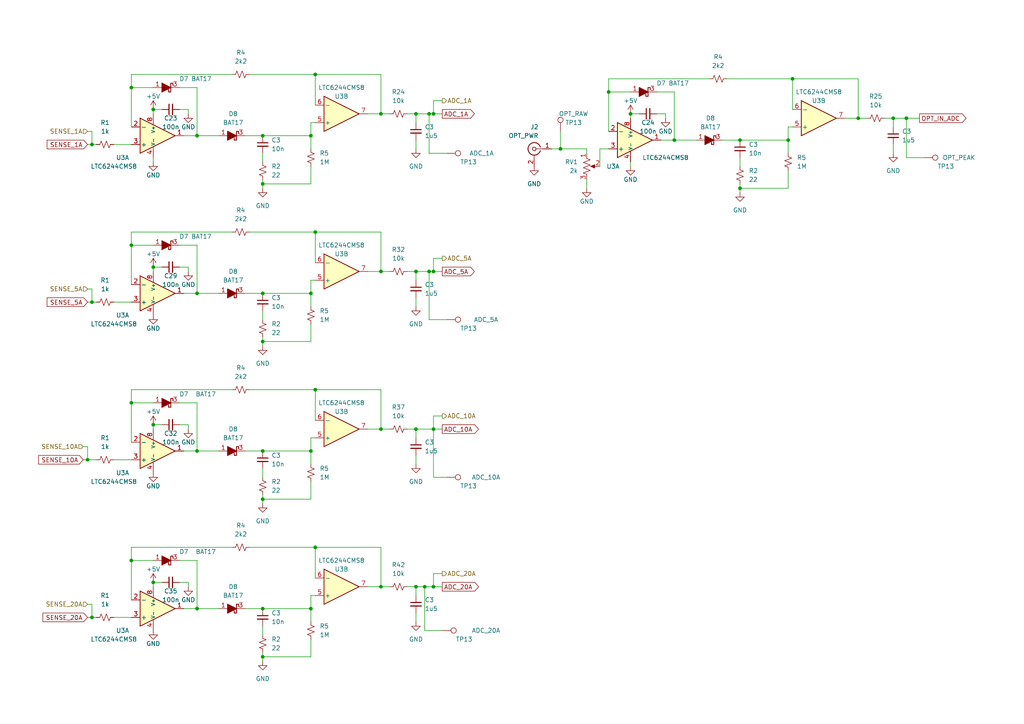
<source format=kicad_sch>
(kicad_sch (version 20230121) (generator eeschema)
  (paper "A4")
  (lib_symbols
    (symbol "Connector:Conn_Coaxial" (pin_names (offset 1.016) hide)
      (property "Reference" "J" (at 0.254 3.048 0))
      (property "Value" "Conn_Coaxial" (at 2.921 0 90))
      (symbol "Conn_Coaxial_0_1"
        (arc (start -1.778 -0.508) (mid 0.2311 -1.8066) (end 1.778 0) (stroke (width 0.254)))
        (polyline (pts (xy -2.54 0) (xy -0.508 0)))
        (polyline (pts (xy 0 -2.54) (xy 0 -1.778)))
        (circle (center 0 0) (radius 0.508) (stroke (width 0.2032)))
        (arc (start 1.778 0) (mid 0.2099 1.8101) (end -1.778 0.508) (stroke (width 0.254)))
      )
      (symbol "Conn_Coaxial_1_1"
        (pin passive line (at -5.08 0 0) (length 2.54) (name "In") (number "1"))
        (pin passive line (at 0 -5.08 90) (length 2.54) (name "Ext") (number "2"))
      )
    )
    (symbol "Connector:TestPoint" (pin_numbers hide) (pin_names (offset 0.762) hide)
      (property "Reference" "TP" (at 0 6.858 0))
      (property "Value" "TestPoint" (at 0 5.08 0))
      (symbol "TestPoint_0_1"
        (circle (center 0 3.302) (radius 0.762))
      )
      (symbol "TestPoint_1_1"
        (pin passive line (at 0 0 90) (length 2.54) (name "1") (number "1"))
      )
    )
    (symbol "Device:C_Small" (pin_numbers hide) (pin_names (offset 0.254) hide)
      (property "Reference" "C" (at 0.254 1.778 0))
      (property "Value" "C_Small" (at 0.254 -2.032 0))
      (symbol "C_Small_0_1"
        (polyline (pts (xy -1.524 -0.508) (xy 1.524 -0.508)) (stroke (width 0.3302)))
        (polyline (pts (xy -1.524 0.508) (xy 1.524 0.508)) (stroke (width 0.3048)))
      )
      (symbol "C_Small_1_1"
        (pin passive line (at 0 2.54 270) (length 2.032) (name "~") (number "1"))
        (pin passive line (at 0 -2.54 90) (length 2.032) (name "~") (number "2"))
      )
    )
    (symbol "Device:R_Potentiometer_US" (pin_names (offset 1.016) hide)
      (property "Reference" "RV" (at -4.445 0 90))
      (property "Value" "R_Potentiometer_US" (at -2.54 0 90))
      (symbol "R_Potentiometer_US_0_1"
        (polyline (pts (xy 0 -2.286) (xy 0 -2.54)))
        (polyline (pts (xy 0 2.54) (xy 0 2.286)))
        (polyline (pts (xy 2.54 0) (xy 1.524 0)))
        (polyline (pts (xy 1.143 0) (xy 2.286 0.508) (xy 2.286 -0.508) (xy 1.143 0)) (fill (type outline)))
        (polyline (pts (xy 0 -0.762) (xy 1.016 -1.143) (xy 0 -1.524) (xy -1.016 -1.905) (xy 0 -2.286)))
        (polyline (pts (xy 0 0.762) (xy 1.016 0.381) (xy 0 0) (xy -1.016 -0.381) (xy 0 -0.762)))
        (polyline (pts (xy 0 2.286) (xy 1.016 1.905) (xy 0 1.524) (xy -1.016 1.143) (xy 0 0.762)))
      )
      (symbol "R_Potentiometer_US_1_1"
        (pin passive line (at 0 3.81 270) (length 1.27) (name "1") (number "1"))
        (pin passive line (at 3.81 0 180) (length 1.27) (name "2") (number "2"))
        (pin passive line (at 0 -3.81 90) (length 1.27) (name "3") (number "3"))
      )
    )
    (symbol "Device:R_Small_US" (pin_numbers hide) (pin_names (offset 0.254) hide)
      (property "Reference" "R" (at 0.762 0.508 0))
      (property "Value" "R_Small_US" (at 0.762 -1.016 0))
      (symbol "R_Small_US_1_1"
        (polyline (pts (xy 0 0) (xy 1.016 -0.381) (xy 0 -0.762) (xy -1.016 -1.143) (xy 0 -1.524)))
        (polyline (pts (xy 0 1.524) (xy 1.016 1.143) (xy 0 0.762) (xy -1.016 0.381) (xy 0 0)))
        (pin passive line (at 0 2.54 270) (length 1.016) (name "~") (number "1"))
        (pin passive line (at 0 -2.54 90) (length 1.016) (name "~") (number "2"))
      )
    )
    (symbol "PCM_Amplifier_Operational_AKL:LTC6244CMS8" (pin_names (offset 0.2))
      (property "Reference" "U" (at 1.27 7.62 0))
      (property "Value" "LTC6244CMS8" (at 1.27 5.08 0))
      (symbol "LTC6244CMS8_0_1"
        (polyline (pts (xy -3.81 5.08) (xy -3.81 -5.08) (xy 6.35 0) (xy -3.81 5.08)) (stroke (width 0.254)) (fill (type background)))
      )
      (symbol "LTC6244CMS8_1_1"
        (pin output line (at 8.89 0 180) (length 2.54) (name "~") (number "1"))
        (pin input line (at -6.35 2.54 0) (length 2.54) (name "-") (number "2"))
        (pin input line (at -6.35 -2.54 0) (length 2.54) (name "+") (number "3"))
        (pin power_in line (at 0 -6.35 90) (length 3.18) (name "V-") (number "4"))
        (pin power_in line (at 0 6.35 270) (length 3.18) (name "V+") (number "8"))
      )
      (symbol "LTC6244CMS8_2_1"
        (pin input line (at -6.35 -2.54 0) (length 2.54) (name "+") (number "5"))
        (pin input line (at -6.35 2.54 0) (length 2.54) (name "-") (number "6"))
        (pin output line (at 8.89 0 180) (length 2.54) (name "~") (number "7"))
      )
    )
    (symbol "PCM_Diode_Schottky_AKL:BAT17" (pin_names (offset 1.016) hide)
      (property "Reference" "D" (at 0 6.35 0))
      (property "Value" "BAT17" (at 0 3.81 0))
      (symbol "BAT17_0_1"
        (polyline (pts (xy -1.27 0) (xy 1.27 0)))
        (polyline (pts (xy -1.27 1.27) (xy -1.27 -1.27)) (stroke (width 0.254)))
        (polyline (pts (xy -1.27 -1.27) (xy -1.27 1.27) (xy 1.27 0) (xy -1.27 -1.27)) (stroke (width 0.254)) (fill (type outline)))
      )
      (symbol "BAT17_1_1"
        (polyline (pts (xy 1.905 0.635) (xy 1.905 1.27) (xy 1.27 1.27) (xy 1.27 -1.27) (xy 0.635 -1.27) (xy 0.635 -0.635)) (stroke (width 0.254)))
        (pin passive line (at -3.81 0 0) (length 2.54) (name "A") (number "1"))
        (pin no_connect line (at 0 0 0) (length 2.54) hide (name "NC") (number "2"))
        (pin passive line (at 3.81 0 180) (length 2.54) (name "K") (number "3"))
      )
    )
    (symbol "power:+5V" (power) (pin_names (offset 0))
      (property "Value" "+5V" (at 0 3.556 0))
      (symbol "+5V_0_1"
        (polyline (pts (xy -0.762 1.27) (xy 0 2.54)))
        (polyline (pts (xy 0 0) (xy 0 2.54)))
        (polyline (pts (xy 0 2.54) (xy 0.762 1.27)))
      )
      (symbol "+5V_1_1"
        (pin power_in line (at 0 0 90) (length 0) hide (name "+5V") (number "1"))
      )
    )
    (symbol "power:GND" (power) (pin_names (offset 0))
      (property "Value" "GND" (at 0 -3.81 0))
      (symbol "GND_0_1"
        (polyline (pts (xy 0 0) (xy 0 -1.27) (xy 1.27 -1.27) (xy 0 -2.54) (xy -1.27 -1.27) (xy 0 -1.27)))
      )
      (symbol "GND_1_1"
        (pin power_in line (at 0 0 270) (length 0) hide (name "GND") (number "1"))
      )
    )
  )
  (junction (at 44.45 123.19))
  (junction (at 124.46 78.74))
  (junction (at 38.1 71.12))
  (junction (at 90.17 176.53))
  (junction (at 26.67 87.63))
  (junction (at 120.65 33.02))
  (junction (at 176.53 26.67))
  (junction (at 229.87 22.86))
  (junction (at 125.73 170.18))
  (junction (at 195.58 40.64))
  (junction (at 90.17 130.81))
  (junction (at 76.2 190.5))
  (junction (at 76.2 53.34))
  (junction (at 76.2 176.53))
  (junction (at 91.44 158.75))
  (junction (at 26.67 179.07))
  (junction (at 76.2 144.78))
  (junction (at 38.1 162.56))
  (junction (at 26.67 41.91))
  (junction (at 25.4 133.35))
  (junction (at 76.2 85.09))
  (junction (at 120.65 78.74))
  (junction (at 57.15 85.09))
  (junction (at 182.88 33.02))
  (junction (at 125.73 78.74))
  (junction (at 57.15 39.37))
  (junction (at 162.56 43.18))
  (junction (at 91.44 21.59))
  (junction (at 76.2 39.37))
  (junction (at 90.17 85.09))
  (junction (at 262.89 34.29))
  (junction (at 123.19 170.18))
  (junction (at 76.2 99.06))
  (junction (at 248.92 34.29))
  (junction (at 214.63 40.64))
  (junction (at 90.17 39.37))
  (junction (at 38.1 116.84))
  (junction (at 44.45 31.75))
  (junction (at 125.73 33.02))
  (junction (at 259.08 34.29))
  (junction (at 110.49 78.74))
  (junction (at 110.49 170.18))
  (junction (at 57.15 130.81))
  (junction (at 44.45 77.47))
  (junction (at 120.65 124.46))
  (junction (at 124.46 33.02))
  (junction (at 125.73 124.46))
  (junction (at 91.44 67.31))
  (junction (at 76.2 130.81))
  (junction (at 91.44 113.03))
  (junction (at 38.1 25.4))
  (junction (at 120.65 170.18))
  (junction (at 110.49 124.46))
  (junction (at 214.63 54.61))
  (junction (at 110.49 33.02))
  (junction (at 57.15 176.53))
  (junction (at 44.45 168.91))
  (junction (at 228.6 40.64))
  (wire (pts (xy 228.6 54.61) (xy 214.63 54.61)))
  (wire (pts (xy 54.61 33.02) (xy 54.61 31.75)))
  (wire (pts (xy 90.17 39.37) (xy 76.2 39.37)))
  (wire (pts (xy 120.65 170.18) (xy 118.11 170.18)))
  (wire (pts (xy 76.2 189.23) (xy 76.2 190.5)))
  (wire (pts (xy 228.6 36.83) (xy 228.6 40.64)))
  (wire (pts (xy 124.46 33.02) (xy 125.73 33.02)))
  (wire (pts (xy 110.49 21.59) (xy 110.49 33.02)))
  (wire (pts (xy 52.07 25.4) (xy 57.15 25.4)))
  (wire (pts (xy 90.17 134.62) (xy 90.17 130.81)))
  (wire (pts (xy 120.65 86.36) (xy 120.65 88.9)))
  (wire (pts (xy 57.15 130.81) (xy 53.34 130.81)))
  (wire (pts (xy 90.17 85.09) (xy 76.2 85.09)))
  (wire (pts (xy 91.44 113.03) (xy 91.44 121.92)))
  (wire (pts (xy 76.2 143.51) (xy 76.2 144.78)))
  (wire (pts (xy 54.61 170.18) (xy 54.61 168.91)))
  (wire (pts (xy 91.44 158.75) (xy 91.44 167.64)))
  (wire (pts (xy 128.27 166.37) (xy 125.73 166.37)))
  (wire (pts (xy 52.07 71.12) (xy 57.15 71.12)))
  (wire (pts (xy 76.2 44.45) (xy 76.2 46.99)))
  (wire (pts (xy 54.61 123.19) (xy 52.07 123.19)))
  (wire (pts (xy 25.4 179.07) (xy 26.67 179.07)))
  (wire (pts (xy 173.99 48.26) (xy 173.99 43.18)))
  (wire (pts (xy 44.45 31.75) (xy 44.45 33.02)))
  (wire (pts (xy 176.53 26.67) (xy 176.53 38.1)))
  (wire (pts (xy 210.82 22.86) (xy 229.87 22.86)))
  (wire (pts (xy 33.02 179.07) (xy 38.1 179.07)))
  (wire (pts (xy 57.15 176.53) (xy 53.34 176.53)))
  (wire (pts (xy 90.17 190.5) (xy 76.2 190.5)))
  (wire (pts (xy 120.65 132.08) (xy 120.65 134.62)))
  (wire (pts (xy 38.1 25.4) (xy 38.1 36.83)))
  (wire (pts (xy 110.49 78.74) (xy 106.68 78.74)))
  (wire (pts (xy 120.65 127) (xy 120.65 124.46)))
  (wire (pts (xy 57.15 85.09) (xy 63.5 85.09)))
  (wire (pts (xy 38.1 71.12) (xy 44.45 71.12)))
  (wire (pts (xy 120.65 124.46) (xy 118.11 124.46)))
  (wire (pts (xy 91.44 21.59) (xy 110.49 21.59)))
  (wire (pts (xy 25.4 175.26) (xy 26.67 175.26)))
  (wire (pts (xy 26.67 175.26) (xy 26.67 179.07)))
  (wire (pts (xy 33.02 41.91) (xy 38.1 41.91)))
  (wire (pts (xy 120.65 78.74) (xy 118.11 78.74)))
  (wire (pts (xy 72.39 113.03) (xy 91.44 113.03)))
  (wire (pts (xy 267.97 45.72) (xy 262.89 45.72)))
  (wire (pts (xy 38.1 67.31) (xy 38.1 71.12)))
  (wire (pts (xy 124.46 92.71) (xy 124.46 78.74)))
  (wire (pts (xy 71.12 130.81) (xy 76.2 130.81)))
  (wire (pts (xy 91.44 67.31) (xy 91.44 76.2)))
  (wire (pts (xy 259.08 41.91) (xy 259.08 44.45)))
  (wire (pts (xy 214.63 45.72) (xy 214.63 48.26)))
  (wire (pts (xy 26.67 179.07) (xy 27.94 179.07)))
  (wire (pts (xy 91.44 127) (xy 90.17 127)))
  (wire (pts (xy 214.63 54.61) (xy 214.63 55.88)))
  (wire (pts (xy 125.73 138.43) (xy 125.73 124.46)))
  (wire (pts (xy 110.49 170.18) (xy 113.03 170.18)))
  (wire (pts (xy 44.45 31.75) (xy 46.99 31.75)))
  (wire (pts (xy 90.17 93.98) (xy 90.17 99.06)))
  (wire (pts (xy 120.65 177.8) (xy 120.65 180.34)))
  (wire (pts (xy 25.4 129.54) (xy 25.4 133.35)))
  (wire (pts (xy 76.2 90.17) (xy 76.2 92.71)))
  (wire (pts (xy 54.61 124.46) (xy 54.61 123.19)))
  (wire (pts (xy 195.58 26.67) (xy 195.58 40.64)))
  (wire (pts (xy 52.07 162.56) (xy 57.15 162.56)))
  (wire (pts (xy 57.15 162.56) (xy 57.15 176.53)))
  (wire (pts (xy 91.44 172.72) (xy 90.17 172.72)))
  (wire (pts (xy 120.65 81.28) (xy 120.65 78.74)))
  (wire (pts (xy 228.6 40.64) (xy 214.63 40.64)))
  (wire (pts (xy 90.17 35.56) (xy 90.17 39.37)))
  (wire (pts (xy 57.15 130.81) (xy 63.5 130.81)))
  (wire (pts (xy 124.46 78.74) (xy 125.73 78.74)))
  (wire (pts (xy 44.45 123.19) (xy 46.99 123.19)))
  (wire (pts (xy 44.45 168.91) (xy 46.99 168.91)))
  (wire (pts (xy 76.2 144.78) (xy 76.2 146.05)))
  (wire (pts (xy 71.12 39.37) (xy 76.2 39.37)))
  (wire (pts (xy 76.2 181.61) (xy 76.2 184.15)))
  (wire (pts (xy 120.65 35.56) (xy 120.65 33.02)))
  (wire (pts (xy 170.18 52.07) (xy 170.18 54.61)))
  (wire (pts (xy 67.31 67.31) (xy 38.1 67.31)))
  (wire (pts (xy 182.88 46.99) (xy 182.88 48.26)))
  (wire (pts (xy 209.55 40.64) (xy 214.63 40.64)))
  (wire (pts (xy 38.1 162.56) (xy 38.1 173.99)))
  (wire (pts (xy 44.45 77.47) (xy 46.99 77.47)))
  (wire (pts (xy 76.2 97.79) (xy 76.2 99.06)))
  (wire (pts (xy 38.1 21.59) (xy 38.1 25.4)))
  (wire (pts (xy 120.65 78.74) (xy 124.46 78.74)))
  (wire (pts (xy 229.87 36.83) (xy 228.6 36.83)))
  (wire (pts (xy 90.17 185.42) (xy 90.17 190.5)))
  (wire (pts (xy 162.56 38.1) (xy 162.56 43.18)))
  (wire (pts (xy 160.02 43.18) (xy 162.56 43.18)))
  (wire (pts (xy 128.27 74.93) (xy 125.73 74.93)))
  (wire (pts (xy 124.46 33.02) (xy 124.46 44.45)))
  (wire (pts (xy 129.54 92.71) (xy 124.46 92.71)))
  (wire (pts (xy 71.12 85.09) (xy 76.2 85.09)))
  (wire (pts (xy 120.65 40.64) (xy 120.65 43.18)))
  (wire (pts (xy 90.17 88.9) (xy 90.17 85.09)))
  (wire (pts (xy 54.61 31.75) (xy 52.07 31.75)))
  (wire (pts (xy 125.73 120.65) (xy 125.73 124.46)))
  (wire (pts (xy 229.87 22.86) (xy 248.92 22.86)))
  (wire (pts (xy 25.4 38.1) (xy 26.67 38.1)))
  (wire (pts (xy 44.45 45.72) (xy 44.45 46.99)))
  (wire (pts (xy 110.49 78.74) (xy 113.03 78.74)))
  (wire (pts (xy 26.67 41.91) (xy 27.94 41.91)))
  (wire (pts (xy 110.49 158.75) (xy 110.49 170.18)))
  (wire (pts (xy 90.17 48.26) (xy 90.17 53.34)))
  (wire (pts (xy 57.15 176.53) (xy 63.5 176.53)))
  (wire (pts (xy 91.44 21.59) (xy 91.44 30.48)))
  (wire (pts (xy 25.4 87.63) (xy 26.67 87.63)))
  (wire (pts (xy 72.39 21.59) (xy 91.44 21.59)))
  (wire (pts (xy 182.88 33.02) (xy 185.42 33.02)))
  (wire (pts (xy 128.27 29.21) (xy 125.73 29.21)))
  (wire (pts (xy 262.89 34.29) (xy 266.7 34.29)))
  (wire (pts (xy 195.58 40.64) (xy 201.93 40.64)))
  (wire (pts (xy 125.73 33.02) (xy 128.27 33.02)))
  (wire (pts (xy 25.4 83.82) (xy 26.67 83.82)))
  (wire (pts (xy 228.6 49.53) (xy 228.6 54.61)))
  (wire (pts (xy 262.89 34.29) (xy 262.89 45.72)))
  (wire (pts (xy 38.1 116.84) (xy 38.1 128.27)))
  (wire (pts (xy 57.15 39.37) (xy 53.34 39.37)))
  (wire (pts (xy 76.2 135.89) (xy 76.2 138.43)))
  (wire (pts (xy 120.65 170.18) (xy 123.19 170.18)))
  (wire (pts (xy 120.65 124.46) (xy 125.73 124.46)))
  (wire (pts (xy 90.17 81.28) (xy 90.17 85.09)))
  (wire (pts (xy 193.04 33.02) (xy 190.5 33.02)))
  (wire (pts (xy 26.67 83.82) (xy 26.67 87.63)))
  (wire (pts (xy 57.15 39.37) (xy 63.5 39.37)))
  (wire (pts (xy 67.31 158.75) (xy 38.1 158.75)))
  (wire (pts (xy 91.44 158.75) (xy 110.49 158.75)))
  (wire (pts (xy 57.15 116.84) (xy 57.15 130.81)))
  (wire (pts (xy 90.17 139.7) (xy 90.17 144.78)))
  (wire (pts (xy 33.02 133.35) (xy 38.1 133.35)))
  (wire (pts (xy 248.92 34.29) (xy 251.46 34.29)))
  (wire (pts (xy 91.44 81.28) (xy 90.17 81.28)))
  (wire (pts (xy 76.2 52.07) (xy 76.2 53.34)))
  (wire (pts (xy 44.45 123.19) (xy 44.45 124.46)))
  (wire (pts (xy 229.87 22.86) (xy 229.87 31.75)))
  (wire (pts (xy 38.1 113.03) (xy 38.1 116.84)))
  (wire (pts (xy 110.49 33.02) (xy 106.68 33.02)))
  (wire (pts (xy 193.04 34.29) (xy 193.04 33.02)))
  (wire (pts (xy 90.17 172.72) (xy 90.17 176.53)))
  (wire (pts (xy 214.63 53.34) (xy 214.63 54.61)))
  (wire (pts (xy 129.54 44.45) (xy 124.46 44.45)))
  (wire (pts (xy 38.1 71.12) (xy 38.1 82.55)))
  (wire (pts (xy 248.92 34.29) (xy 245.11 34.29)))
  (wire (pts (xy 128.27 182.88) (xy 123.19 182.88)))
  (wire (pts (xy 205.74 22.86) (xy 176.53 22.86)))
  (wire (pts (xy 57.15 85.09) (xy 53.34 85.09)))
  (wire (pts (xy 125.73 170.18) (xy 128.27 170.18)))
  (wire (pts (xy 67.31 21.59) (xy 38.1 21.59)))
  (wire (pts (xy 67.31 113.03) (xy 38.1 113.03)))
  (wire (pts (xy 38.1 116.84) (xy 44.45 116.84)))
  (wire (pts (xy 91.44 67.31) (xy 110.49 67.31)))
  (wire (pts (xy 26.67 38.1) (xy 26.67 41.91)))
  (wire (pts (xy 259.08 36.83) (xy 259.08 34.29)))
  (wire (pts (xy 228.6 44.45) (xy 228.6 40.64)))
  (wire (pts (xy 90.17 130.81) (xy 76.2 130.81)))
  (wire (pts (xy 76.2 53.34) (xy 76.2 54.61)))
  (wire (pts (xy 76.2 190.5) (xy 76.2 191.77)))
  (wire (pts (xy 25.4 41.91) (xy 26.67 41.91)))
  (wire (pts (xy 26.67 87.63) (xy 27.94 87.63)))
  (wire (pts (xy 25.4 133.35) (xy 27.94 133.35)))
  (wire (pts (xy 162.56 43.18) (xy 170.18 43.18)))
  (wire (pts (xy 57.15 25.4) (xy 57.15 39.37)))
  (wire (pts (xy 182.88 33.02) (xy 182.88 34.29)))
  (wire (pts (xy 125.73 166.37) (xy 125.73 170.18)))
  (wire (pts (xy 125.73 29.21) (xy 125.73 33.02)))
  (wire (pts (xy 54.61 77.47) (xy 52.07 77.47)))
  (wire (pts (xy 90.17 180.34) (xy 90.17 176.53)))
  (wire (pts (xy 90.17 127) (xy 90.17 130.81)))
  (wire (pts (xy 123.19 170.18) (xy 125.73 170.18)))
  (wire (pts (xy 44.45 168.91) (xy 44.45 170.18)))
  (wire (pts (xy 38.1 25.4) (xy 44.45 25.4)))
  (wire (pts (xy 125.73 74.93) (xy 125.73 78.74)))
  (wire (pts (xy 195.58 40.64) (xy 191.77 40.64)))
  (wire (pts (xy 248.92 22.86) (xy 248.92 34.29)))
  (wire (pts (xy 120.65 33.02) (xy 118.11 33.02)))
  (wire (pts (xy 110.49 33.02) (xy 113.03 33.02)))
  (wire (pts (xy 57.15 71.12) (xy 57.15 85.09)))
  (wire (pts (xy 120.65 33.02) (xy 124.46 33.02)))
  (wire (pts (xy 120.65 172.72) (xy 120.65 170.18)))
  (wire (pts (xy 173.99 43.18) (xy 176.53 43.18)))
  (wire (pts (xy 38.1 162.56) (xy 44.45 162.56)))
  (wire (pts (xy 259.08 34.29) (xy 262.89 34.29)))
  (wire (pts (xy 54.61 78.74) (xy 54.61 77.47)))
  (wire (pts (xy 259.08 34.29) (xy 256.54 34.29)))
  (wire (pts (xy 24.13 129.54) (xy 25.4 129.54)))
  (wire (pts (xy 90.17 53.34) (xy 76.2 53.34)))
  (wire (pts (xy 176.53 22.86) (xy 176.53 26.67)))
  (wire (pts (xy 24.13 133.35) (xy 25.4 133.35)))
  (wire (pts (xy 91.44 113.03) (xy 110.49 113.03)))
  (wire (pts (xy 72.39 158.75) (xy 91.44 158.75)))
  (wire (pts (xy 72.39 67.31) (xy 91.44 67.31)))
  (wire (pts (xy 176.53 26.67) (xy 182.88 26.67)))
  (wire (pts (xy 71.12 176.53) (xy 76.2 176.53)))
  (wire (pts (xy 91.44 35.56) (xy 90.17 35.56)))
  (wire (pts (xy 44.45 77.47) (xy 44.45 78.74)))
  (wire (pts (xy 129.54 138.43) (xy 125.73 138.43)))
  (wire (pts (xy 110.49 124.46) (xy 113.03 124.46)))
  (wire (pts (xy 33.02 87.63) (xy 38.1 87.63)))
  (wire (pts (xy 54.61 168.91) (xy 52.07 168.91)))
  (wire (pts (xy 90.17 99.06) (xy 76.2 99.06)))
  (wire (pts (xy 128.27 120.65) (xy 125.73 120.65)))
  (wire (pts (xy 125.73 78.74) (xy 128.27 78.74)))
  (wire (pts (xy 123.19 182.88) (xy 123.19 170.18)))
  (wire (pts (xy 125.73 124.46) (xy 128.27 124.46)))
  (wire (pts (xy 110.49 170.18) (xy 106.68 170.18)))
  (wire (pts (xy 110.49 124.46) (xy 106.68 124.46)))
  (wire (pts (xy 76.2 99.06) (xy 76.2 100.33)))
  (wire (pts (xy 90.17 43.18) (xy 90.17 39.37)))
  (wire (pts (xy 110.49 67.31) (xy 110.49 78.74)))
  (wire (pts (xy 170.18 43.18) (xy 170.18 44.45)))
  (wire (pts (xy 38.1 158.75) (xy 38.1 162.56)))
  (wire (pts (xy 190.5 26.67) (xy 195.58 26.67)))
  (wire (pts (xy 90.17 176.53) (xy 76.2 176.53)))
  (wire (pts (xy 52.07 116.84) (xy 57.15 116.84)))
  (wire (pts (xy 90.17 144.78) (xy 76.2 144.78)))
  (wire (pts (xy 110.49 113.03) (xy 110.49 124.46)))
  (global_label "SENSE_5A" (shape input) (at 25.4 87.63 180) (property "Intersheetrefs" "${INTERSHEET_REFS}" (effects hide)))
  (global_label "ADC_5A" (shape output) (at 128.27 78.74 0) (property "Intersheetrefs" "${INTERSHEET_REFS}" (effects hide)))
  (global_label "ADC_1A" (shape output) (at 128.27 33.02 0) (property "Intersheetrefs" "${INTERSHEET_REFS}" (effects hide)))
  (global_label "ADC_20A" (shape output) (at 128.27 170.18 0) (property "Intersheetrefs" "${INTERSHEET_REFS}" (effects hide)))
  (global_label "OPT_IN_ADC" (shape output) (at 266.7 34.29 0) (property "Intersheetrefs" "${INTERSHEET_REFS}" (effects hide)))
  (global_label "ADC_10A" (shape output) (at 128.27 124.46 0) (property "Intersheetrefs" "${INTERSHEET_REFS}" (effects hide)))
  (global_label "SENSE_10A" (shape input) (at 24.13 133.35 180) (property "Intersheetrefs" "${INTERSHEET_REFS}" (effects hide)))
  (global_label "SENSE_1A" (shape input) (at 25.4 41.91 180) (property "Intersheetrefs" "${INTERSHEET_REFS}" (effects hide)))
  (global_label "SENSE_20A" (shape input) (at 25.4 179.07 180) (property "Intersheetrefs" "${INTERSHEET_REFS}" (effects hide)))
  (hierarchical_label "SENSE_1A" (shape input) (at 25.4 38.1 180))
  (hierarchical_label "ADC_1A" (shape output) (at 128.27 29.21 0))
  (hierarchical_label "ADC_10A" (shape output) (at 128.27 120.65 0))
  (hierarchical_label "SENSE_20A" (shape input) (at 25.4 175.26 180))
  (hierarchical_label "SENSE_5A" (shape input) (at 25.4 83.82 180))
  (hierarchical_label "ADC_5A" (shape output) (at 128.27 74.93 0))
  (hierarchical_label "ADC_20A" (shape output) (at 128.27 166.37 0))
  (hierarchical_label "SENSE_10A" (shape input) (at 24.13 129.54 180))
  (symbol (lib_id "Device:R_Small_US") (at 69.85 21.59 90) (unit 1)
    (property "Reference" "R4" (at 69.85 15.24 90))
    (property "Value" "2k2" (at 69.85 17.78 90))
    (property "Footprint" "Resistor_SMD:R_0603_1608Metric_Pad0.98x0.95mm_HandSolder" (effects hide))
    (instances (project "kicad_pulse_supply-rev-C" (path "" (reference "R4") (unit 1)) (path "" (reference "R22") (unit 1))))
  )
  (symbol (lib_id "power:GND") (at 54.61 33.02 0) (unit 1)
    (property "Reference" "#PWR045" (effects hide))
    (property "Value" "GND" (at 54.61 36.83 0))
  )
  (symbol (lib_id "Device:C_Small") (at 120.65 38.1 0) (unit 1)
    (property "Reference" "C3" (at 123.19 36.8363 0) (effects (justify left)))
    (property "Value" "1u5" (at 123.19 39.3763 0) (effects (justify left)))
    (property "Footprint" "Capacitor_SMD:C_0603_1608Metric_Pad1.08x0.95mm_HandSolder" (effects hide))
    (instances (project "kicad_pulse_supply-rev-C" (path "" (reference "C3") (unit 1)) (path "" (reference "C25") (unit 1))))
  )
  (symbol (lib_id "Device:R_Small_US") (at 115.57 170.18 90) (unit 1)
    (property "Reference" "R42" (at 115.57 163.83 90))
    (property "Value" "10k" (at 115.57 166.37 90))
    (property "Footprint" "Resistor_SMD:R_0603_1608Metric_Pad0.98x0.95mm_HandSolder" (effects hide))
  )
  (symbol (lib_id "Device:C_Small") (at 259.08 39.37 0) (unit 1)
    (property "Reference" "C3" (at 261.62 38.1063 0) (effects (justify left)))
    (property "Value" "1u5" (at 261.62 40.6463 0) (effects (justify left)))
    (property "Footprint" "Capacitor_SMD:C_0603_1608Metric_Pad1.08x0.95mm_HandSolder" (effects hide))
    (instances (project "kicad_pulse_supply-rev-C" (path "" (reference "C3") (unit 1)) (path "" (reference "C26") (unit 1))))
  )
  (symbol (lib_id "power:GND") (at 120.65 88.9 0) (unit 1)
    (property "Reference" "#PWR01" (effects hide))
    (property "Value" "GND" (at 120.65 93.98 0))
    (instances (project "kicad_pulse_supply-rev-C" (path "" (reference "#PWR01") (unit 1)) (path "" (reference "#PWR058") (unit 1))))
  )
  (symbol (lib_id "power:GND") (at 170.18 54.61 0) (mirror y) (unit 1)
    (property "Reference" "#PWR070" (effects hide))
    (property "Value" "GND" (at 170.18 58.42 0))
    (instances (project "kicad_pulse_supply-rev-C" (path "" (reference "#PWR070") (unit 1)) (path "" (reference "#PWR031") (unit 1)) (path "" (reference "#PWR054") (unit 1))))
  )
  (symbol (lib_id "Connector:TestPoint") (at 129.54 92.71 270) (unit 1)
    (property "Reference" "TP13" (at 135.89 95.25 90))
    (property "Value" "ADC_5A" (at 140.97 92.71 90))
    (property "Footprint" "DW_Library:Keystone-1502-2" (effects hide))
    (instances (project "kicad_pulse_supply-rev-C" (path "" (reference "TP13") (unit 1)) (path "" (reference "TP19") (unit 1))))
  )
  (symbol (lib_id "Device:R_Small_US") (at 115.57 33.02 90) (unit 1)
    (property "Reference" "R24" (at 115.57 26.67 90))
    (property "Value" "10k" (at 115.57 29.21 90))
    (property "Footprint" "Resistor_SMD:R_0603_1608Metric_Pad0.98x0.95mm_HandSolder" (effects hide))
  )
  (symbol (lib_id "Device:R_Small_US") (at 115.57 124.46 90) (unit 1)
    (property "Reference" "R37" (at 115.57 118.11 90))
    (property "Value" "10k" (at 115.57 120.65 90))
    (property "Footprint" "Resistor_SMD:R_0603_1608Metric_Pad0.98x0.95mm_HandSolder" (effects hide))
  )
  (symbol (lib_id "Device:R_Small_US") (at 76.2 49.53 0) (unit 1)
    (property "Reference" "R2" (at 78.74 48.26 0) (effects (justify left)))
    (property "Value" "22" (at 78.74 50.8 0) (effects (justify left)))
    (property "Footprint" "Resistor_SMD:R_0603_1608Metric_Pad0.98x0.95mm_HandSolder" (effects hide))
    (instances (project "kicad_pulse_supply-rev-C" (path "" (reference "R2") (unit 1)) (path "" (reference "R29") (unit 1))))
  )
  (symbol (lib_id "Device:R_Small_US") (at 208.28 22.86 90) (unit 1)
    (property "Reference" "R4" (at 208.28 16.51 90))
    (property "Value" "2k2" (at 208.28 19.05 90))
    (property "Footprint" "Resistor_SMD:R_0603_1608Metric_Pad0.98x0.95mm_HandSolder" (effects hide))
    (instances (project "kicad_pulse_supply-rev-C" (path "" (reference "R4") (unit 1)) (path "" (reference "R23") (unit 1))))
  )
  (symbol (lib_id "Device:R_Small_US") (at 76.2 140.97 0) (unit 1)
    (property "Reference" "R2" (at 78.74 139.7 0) (effects (justify left)))
    (property "Value" "22" (at 78.74 142.24 0) (effects (justify left)))
    (property "Footprint" "Resistor_SMD:R_0603_1608Metric_Pad0.98x0.95mm_HandSolder" (effects hide))
    (instances (project "kicad_pulse_supply-rev-C" (path "" (reference "R2") (unit 1)) (path "" (reference "R40") (unit 1))))
  )
  (symbol (lib_id "Device:R_Small_US") (at 76.2 186.69 0) (unit 1)
    (property "Reference" "R2" (at 78.74 185.42 0) (effects (justify left)))
    (property "Value" "22" (at 78.74 187.96 0) (effects (justify left)))
    (property "Footprint" "Resistor_SMD:R_0603_1608Metric_Pad0.98x0.95mm_HandSolder" (effects hide))
    (instances (project "kicad_pulse_supply-rev-C" (path "" (reference "R2") (unit 1)) (path "" (reference "R45") (unit 1))))
  )
  (symbol (lib_id "power:GND") (at 44.45 182.88 0) (unit 1)
    (property "Reference" "#PWR069" (effects hide))
    (property "Value" "GND" (at 44.45 186.69 0))
  )
  (symbol (lib_id "Device:R_Small_US") (at 69.85 67.31 90) (unit 1)
    (property "Reference" "R4" (at 69.85 60.96 90))
    (property "Value" "2k2" (at 69.85 63.5 90))
    (property "Footprint" "Resistor_SMD:R_0603_1608Metric_Pad0.98x0.95mm_HandSolder" (effects hide))
    (instances (project "kicad_pulse_supply-rev-C" (path "" (reference "R4") (unit 1)) (path "" (reference "R31") (unit 1))))
  )
  (symbol (lib_id "Device:R_Small_US") (at 30.48 179.07 90) (unit 1)
    (property "Reference" "R1" (at 30.48 172.72 90))
    (property "Value" "1k" (at 30.48 175.26 90))
    (property "Footprint" "Resistor_SMD:R_0603_1608Metric_Pad0.98x0.95mm_HandSolder" (effects hide))
    (instances (project "kicad_pulse_supply-rev-C" (path "" (reference "R1") (unit 1)) (path "" (reference "R43") (unit 1))))
  )
  (symbol (lib_id "Device:C_Small") (at 76.2 41.91 0) (unit 1)
    (property "Reference" "C3" (at 78.74 40.6463 0) (effects (justify left)))
    (property "Value" "10n" (at 78.74 43.1863 0) (effects (justify left)))
    (property "Footprint" "Capacitor_SMD:C_0603_1608Metric_Pad1.08x0.95mm_HandSolder" (effects hide))
    (instances (project "kicad_pulse_supply-rev-C" (path "" (reference "C3") (unit 1)) (path "" (reference "C27") (unit 1))))
  )
  (symbol (lib_id "power:GND") (at 214.63 55.88 0) (unit 1)
    (property "Reference" "#PWR01" (effects hide))
    (property "Value" "GND" (at 214.63 60.96 0))
    (instances (project "kicad_pulse_supply-rev-C" (path "" (reference "#PWR01") (unit 1)) (path "" (reference "#PWR055") (unit 1))))
  )
  (symbol (lib_id "Device:R_Small_US") (at 214.63 50.8 0) (unit 1)
    (property "Reference" "R2" (at 217.17 49.53 0) (effects (justify left)))
    (property "Value" "22" (at 217.17 52.07 0) (effects (justify left)))
    (property "Footprint" "Resistor_SMD:R_0603_1608Metric_Pad0.98x0.95mm_HandSolder" (effects hide))
    (instances (project "kicad_pulse_supply-rev-C" (path "" (reference "R2") (unit 1)) (path "" (reference "R30") (unit 1))))
  )
  (symbol (lib_id "PCM_Diode_Schottky_AKL:BAT17") (at 48.26 162.56 0) (unit 1)
    (property "Reference" "D7" (at 53.34 160.02 0))
    (property "Value" "BAT17" (at 59.69 160.02 0))
    (property "Footprint" "Package_TO_SOT_SMD:SOT-23" (effects hide))
    (property "Datasheet" "https://www.tme.eu/Document/d687487cb10ea7fc40a74e801e7f61ce/BAT17.pdf" (effects hide))
    (instances (project "kicad_pulse_supply-rev-C" (path "" (reference "D7") (unit 1)) (path "" (reference "D16") (unit 1))))
  )
  (symbol (lib_id "Device:R_Small_US") (at 30.48 41.91 90) (unit 1)
    (property "Reference" "R1" (at 30.48 35.56 90))
    (property "Value" "1k" (at 30.48 38.1 90))
    (property "Footprint" "Resistor_SMD:R_0603_1608Metric_Pad0.98x0.95mm_HandSolder" (effects hide))
    (instances (project "kicad_pulse_supply-rev-C" (path "" (reference "R1") (unit 1)) (path "" (reference "R26") (unit 1))))
  )
  (symbol (lib_id "Connector:TestPoint") (at 162.56 38.1 0) (unit 1)
    (property "Reference" "TP13" (at 166.37 35.56 0))
    (property "Value" "OPT_RAW" (at 166.37 33.02 0))
    (property "Footprint" "DW_Library:Keystone-1502-2" (effects hide))
    (instances (project "kicad_pulse_supply-rev-C" (path "" (reference "TP13") (unit 1)) (path "" (reference "TP22") (unit 1))))
  )
  (symbol (lib_id "PCM_Diode_Schottky_AKL:BAT17") (at 48.26 71.12 0) (unit 1)
    (property "Reference" "D7" (at 53.34 68.58 0))
    (property "Value" "BAT17" (at 58.42 68.58 0))
    (property "Footprint" "Package_TO_SOT_SMD:SOT-23" (effects hide))
    (property "Datasheet" "https://www.tme.eu/Document/d687487cb10ea7fc40a74e801e7f61ce/BAT17.pdf" (effects hide))
    (instances (project "kicad_pulse_supply-rev-C" (path "" (reference "D7") (unit 1)) (path "" (reference "D12") (unit 1))))
  )
  (symbol (lib_id "PCM_Diode_Schottky_AKL:BAT17") (at 67.31 39.37 0) (unit 1)
    (property "Reference" "D8" (at 67.6275 33.02 0))
    (property "Value" "BAT17" (at 67.6275 35.56 0))
    (property "Footprint" "Package_TO_SOT_SMD:SOT-23" (effects hide))
    (property "Datasheet" "https://www.tme.eu/Document/d687487cb10ea7fc40a74e801e7f61ce/BAT17.pdf" (effects hide))
    (instances (project "kicad_pulse_supply-rev-C" (path "" (reference "D8") (unit 1)) (path "" (reference "D10") (unit 1))))
  )
  (symbol (lib_id "power:+5V") (at 44.45 168.91 0) (unit 1)
    (property "Reference" "#PWR017" (effects hide))
    (property "Value" "+5V" (at 44.45 165.1 0))
    (instances (project "kicad_pulse_supply-rev-C" (path "" (reference "#PWR017") (unit 1)) (path "" (reference "#PWR066") (unit 1))))
  )
  (symbol (lib_id "PCM_Diode_Schottky_AKL:BAT17") (at 67.31 176.53 0) (unit 1)
    (property "Reference" "D8" (at 67.6275 170.18 0))
    (property "Value" "BAT17" (at 67.6275 172.72 0))
    (property "Footprint" "Package_TO_SOT_SMD:SOT-23" (effects hide))
    (property "Datasheet" "https://www.tme.eu/Document/d687487cb10ea7fc40a74e801e7f61ce/BAT17.pdf" (effects hide))
    (instances (project "kicad_pulse_supply-rev-C" (path "" (reference "D8") (unit 1)) (path "" (reference "D17") (unit 1))))
  )
  (symbol (lib_id "Device:C_Small") (at 76.2 179.07 0) (unit 1)
    (property "Reference" "C3" (at 78.74 177.8063 0) (effects (justify left)))
    (property "Value" "10n" (at 78.74 180.3463 0) (effects (justify left)))
    (property "Footprint" "Capacitor_SMD:C_0603_1608Metric_Pad1.08x0.95mm_HandSolder" (effects hide))
    (instances (project "kicad_pulse_supply-rev-C" (path "" (reference "C3") (unit 1)) (path "" (reference "C37") (unit 1))))
  )
  (symbol (lib_id "power:GND") (at 54.61 170.18 0) (unit 1)
    (property "Reference" "#PWR067" (effects hide))
    (property "Value" "GND" (at 54.61 173.99 0))
  )
  (symbol (lib_id "power:GND") (at 120.65 43.18 0) (unit 1)
    (property "Reference" "#PWR01" (effects hide))
    (property "Value" "GND" (at 120.65 48.26 0))
    (instances (project "kicad_pulse_supply-rev-C" (path "" (reference "#PWR01") (unit 1)) (path "" (reference "#PWR048") (unit 1))))
  )
  (symbol (lib_id "power:+5V") (at 44.45 31.75 0) (unit 1)
    (property "Reference" "#PWR017" (effects hide))
    (property "Value" "+5V" (at 44.45 27.94 0))
    (instances (project "kicad_pulse_supply-rev-C" (path "" (reference "#PWR017") (unit 1)) (path "" (reference "#PWR044") (unit 1))))
  )
  (symbol (lib_id "Device:R_Small_US") (at 90.17 45.72 0) (unit 1)
    (property "Reference" "R5" (at 92.71 44.45 0) (effects (justify left)))
    (property "Value" "1M" (at 92.71 46.99 0) (effects (justify left)))
    (property "Footprint" "Resistor_SMD:R_0603_1608Metric_Pad0.98x0.95mm_HandSolder" (effects hide))
    (instances (project "kicad_pulse_supply-rev-C" (path "" (reference "R5") (unit 1)) (path "" (reference "R27") (unit 1))))
  )
  (symbol (lib_id "power:GND") (at 54.61 78.74 0) (unit 1)
    (property "Reference" "#PWR057" (effects hide))
    (property "Value" "GND" (at 54.61 82.55 0))
  )
  (symbol (lib_id "power:GND") (at 54.61 124.46 0) (unit 1)
    (property "Reference" "#PWR062" (effects hide))
    (property "Value" "GND" (at 54.61 128.27 0))
  )
  (symbol (lib_id "power:GND") (at 44.45 137.16 0) (unit 1)
    (property "Reference" "#PWR064" (effects hide))
    (property "Value" "GND" (at 44.45 140.97 0))
  )
  (symbol (lib_id "Connector:TestPoint") (at 129.54 44.45 270) (unit 1)
    (property "Reference" "TP13" (at 135.89 46.99 90))
    (property "Value" "ADC_1A" (at 139.7 44.45 90))
    (property "Footprint" "DW_Library:Keystone-1502-2" (effects hide))
    (instances (project "kicad_pulse_supply-rev-C" (path "" (reference "TP13") (unit 1)) (path "" (reference "TP17") (unit 1))))
  )
  (symbol (lib_id "Device:C_Small") (at 49.53 77.47 90) (unit 1)
    (property "Reference" "C29" (at 49.53 80.01 90))
    (property "Value" "100n" (at 49.53 82.55 90))
    (property "Footprint" "Capacitor_SMD:C_0603_1608Metric_Pad1.08x0.95mm_HandSolder" (effects hide))
  )
  (symbol (lib_id "PCM_Diode_Schottky_AKL:BAT17") (at 186.69 26.67 0) (unit 1)
    (property "Reference" "D7" (at 191.77 24.13 0))
    (property "Value" "BAT17" (at 196.85 24.13 0))
    (property "Footprint" "Package_TO_SOT_SMD:SOT-23" (effects hide))
    (property "Datasheet" "https://www.tme.eu/Document/d687487cb10ea7fc40a74e801e7f61ce/BAT17.pdf" (effects hide))
    (instances (project "kicad_pulse_supply-rev-C" (path "" (reference "D7") (unit 1)) (path "" (reference "D9") (unit 1))))
  )
  (symbol (lib_id "power:GND") (at 44.45 46.99 0) (unit 1)
    (property "Reference" "#PWR050" (effects hide))
    (property "Value" "GND" (at 44.45 50.8 0))
  )
  (symbol (lib_id "PCM_Amplifier_Operational_AKL:LTC6244CMS8") (at 97.79 124.46 0) (unit 2)
    (property "Reference" "U3" (at 99.06 119.38 0))
    (property "Value" "LTC6244CMS8" (at 99.06 116.84 0))
    (property "Footprint" "Package_SO:MSOP-8_3x3mm_P0.65mm" (effects hide))
    (property "Datasheet" "https://www.tme.eu/Document/9b7e0c22f3a435802a00b60d4aff23a7/LTC6240_1_2.pdf" (effects hide))
    (instances (project "kicad_pulse_supply-rev-C" (path "" (reference "U3") (unit 2)) (path "" (reference "U10") (unit 2))))
  )
  (symbol (lib_id "Connector:TestPoint") (at 128.27 182.88 270) (unit 1)
    (property "Reference" "TP13" (at 134.62 185.42 90))
    (property "Value" "ADC_20A" (at 140.97 182.88 90))
    (property "Footprint" "DW_Library:Keystone-1502-2" (effects hide))
    (instances (project "kicad_pulse_supply-rev-C" (path "" (reference "TP13") (unit 1)) (path "" (reference "TP21") (unit 1))))
  )
  (symbol (lib_id "Device:R_Small_US") (at 90.17 182.88 0) (unit 1)
    (property "Reference" "R5" (at 92.71 181.61 0) (effects (justify left)))
    (property "Value" "1M" (at 92.71 184.15 0) (effects (justify left)))
    (property "Footprint" "Resistor_SMD:R_0603_1608Metric_Pad0.98x0.95mm_HandSolder" (effects hide))
    (instances (project "kicad_pulse_supply-rev-C" (path "" (reference "R5") (unit 1)) (path "" (reference "R44") (unit 1))))
  )
  (symbol (lib_id "Device:R_Small_US") (at 254 34.29 90) (unit 1)
    (property "Reference" "R25" (at 254 27.94 90))
    (property "Value" "10k" (at 254 30.48 90))
    (property "Footprint" "Resistor_SMD:R_0603_1608Metric_Pad0.98x0.95mm_HandSolder" (effects hide))
  )
  (symbol (lib_id "PCM_Amplifier_Operational_AKL:LTC6244CMS8") (at 44.45 176.53 0) (unit 1)
    (property "Reference" "U3" (at 35.56 182.88 0))
    (property "Value" "LTC6244CMS8" (at 33.02 185.42 0))
    (property "Footprint" "Package_SO:MSOP-8_3x3mm_P0.65mm" (effects hide))
    (property "Datasheet" "https://www.tme.eu/Document/9b7e0c22f3a435802a00b60d4aff23a7/LTC6240_1_2.pdf" (effects hide))
    (instances (project "kicad_pulse_supply-rev-C" (path "" (reference "U3") (unit 1)) (path "" (reference "U11") (unit 1))))
  )
  (symbol (lib_id "Connector:Conn_Coaxial") (at 154.94 43.18 0) (mirror y) (unit 1)
    (property "Reference" "J2" (at 156.21 36.83 0) (effects (justify left)))
    (property "Value" "OPT_PWR" (at 156.21 39.37 0) (effects (justify left)))
    (property "Footprint" "DW_Library:BNC_Molex_0731375003" (effects hide))
    (property "Datasheet" " ~" (effects hide))
    (instances (project "kicad_pulse_supply-rev-C" (path "" (reference "J2") (unit 1)) (path "" (reference "J3") (unit 1)) (path "" (reference "J3") (unit 1))))
  )
  (symbol (lib_id "PCM_Amplifier_Operational_AKL:LTC6244CMS8") (at 44.45 130.81 0) (unit 1)
    (property "Reference" "U3" (at 35.56 137.16 0))
    (property "Value" "LTC6244CMS8" (at 33.02 139.7 0))
    (property "Footprint" "Package_SO:MSOP-8_3x3mm_P0.65mm" (effects hide))
    (property "Datasheet" "https://www.tme.eu/Document/9b7e0c22f3a435802a00b60d4aff23a7/LTC6240_1_2.pdf" (effects hide))
    (instances (project "kicad_pulse_supply-rev-C" (path "" (reference "U3") (unit 1)) (path "" (reference "U10") (unit 1))))
  )
  (symbol (lib_id "Device:C_Small") (at 187.96 33.02 90) (unit 1)
    (property "Reference" "C24" (at 187.96 35.56 90))
    (property "Value" "100n" (at 187.96 38.1 90))
    (property "Footprint" "Capacitor_SMD:C_0603_1608Metric_Pad1.08x0.95mm_HandSolder" (effects hide))
  )
  (symbol (lib_id "Device:C_Small") (at 49.53 123.19 90) (unit 1)
    (property "Reference" "C32" (at 49.53 125.73 90))
    (property "Value" "100n" (at 49.53 128.27 90))
    (property "Footprint" "Capacitor_SMD:C_0603_1608Metric_Pad1.08x0.95mm_HandSolder" (effects hide))
  )
  (symbol (lib_id "PCM_Amplifier_Operational_AKL:LTC6244CMS8") (at 97.79 78.74 0) (unit 2)
    (property "Reference" "U3" (at 99.06 73.66 0))
    (property "Value" "LTC6244CMS8" (at 99.06 71.12 0))
    (property "Footprint" "Package_SO:MSOP-8_3x3mm_P0.65mm" (effects hide))
    (property "Datasheet" "https://www.tme.eu/Document/9b7e0c22f3a435802a00b60d4aff23a7/LTC6240_1_2.pdf" (effects hide))
    (instances (project "kicad_pulse_supply-rev-C" (path "" (reference "U3") (unit 2)) (path "" (reference "U9") (unit 2))))
  )
  (symbol (lib_id "power:+5V") (at 44.45 77.47 0) (unit 1)
    (property "Reference" "#PWR017" (effects hide))
    (property "Value" "+5V" (at 44.45 73.66 0))
    (instances (project "kicad_pulse_supply-rev-C" (path "" (reference "#PWR017") (unit 1)) (path "" (reference "#PWR056") (unit 1))))
  )
  (symbol (lib_id "PCM_Amplifier_Operational_AKL:LTC6244CMS8") (at 97.79 170.18 0) (unit 2)
    (property "Reference" "U3" (at 99.06 165.1 0))
    (property "Value" "LTC6244CMS8" (at 99.06 162.56 0))
    (property "Footprint" "Package_SO:MSOP-8_3x3mm_P0.65mm" (effects hide))
    (property "Datasheet" "https://www.tme.eu/Document/9b7e0c22f3a435802a00b60d4aff23a7/LTC6240_1_2.pdf" (effects hide))
    (instances (project "kicad_pulse_supply-rev-C" (path "" (reference "U3") (unit 2)) (path "" (reference "U11") (unit 2))))
  )
  (symbol (lib_id "Device:R_Small_US") (at 228.6 46.99 0) (unit 1)
    (property "Reference" "R5" (at 231.14 45.72 0) (effects (justify left)))
    (property "Value" "1M" (at 231.14 48.26 0) (effects (justify left)))
    (property "Footprint" "Resistor_SMD:R_0603_1608Metric_Pad0.98x0.95mm_HandSolder" (effects hide))
    (instances (project "kicad_pulse_supply-rev-C" (path "" (reference "R5") (unit 1)) (path "" (reference "R28") (unit 1))))
  )
  (symbol (lib_id "power:GND") (at 182.88 48.26 0) (unit 1)
    (property "Reference" "#PWR052" (effects hide))
    (property "Value" "GND" (at 182.88 52.07 0))
  )
  (symbol (lib_id "PCM_Diode_Schottky_AKL:BAT17") (at 67.31 85.09 0) (unit 1)
    (property "Reference" "D8" (at 67.6275 78.74 0))
    (property "Value" "BAT17" (at 67.6275 81.28 0))
    (property "Footprint" "Package_TO_SOT_SMD:SOT-23" (effects hide))
    (property "Datasheet" "https://www.tme.eu/Document/d687487cb10ea7fc40a74e801e7f61ce/BAT17.pdf" (effects hide))
    (instances (project "kicad_pulse_supply-rev-C" (path "" (reference "D8") (unit 1)) (path "" (reference "D13") (unit 1))))
  )
  (symbol (lib_id "PCM_Diode_Schottky_AKL:BAT17") (at 67.31 130.81 0) (unit 1)
    (property "Reference" "D8" (at 67.6275 124.46 0))
    (property "Value" "BAT17" (at 67.6275 127 0))
    (property "Footprint" "Package_TO_SOT_SMD:SOT-23" (effects hide))
    (property "Datasheet" "https://www.tme.eu/Document/d687487cb10ea7fc40a74e801e7f61ce/BAT17.pdf" (effects hide))
    (instances (project "kicad_pulse_supply-rev-C" (path "" (reference "D8") (unit 1)) (path "" (reference "D15") (unit 1))))
  )
  (symbol (lib_id "Device:R_Small_US") (at 30.48 87.63 90) (unit 1)
    (property "Reference" "R1" (at 30.48 81.28 90))
    (property "Value" "1k" (at 30.48 83.82 90))
    (property "Footprint" "Resistor_SMD:R_0603_1608Metric_Pad0.98x0.95mm_HandSolder" (effects hide))
    (instances (project "kicad_pulse_supply-rev-C" (path "" (reference "R1") (unit 1)) (path "" (reference "R33") (unit 1))))
  )
  (symbol (lib_id "Device:C_Small") (at 49.53 31.75 90) (unit 1)
    (property "Reference" "C23" (at 49.53 34.29 90))
    (property "Value" "100n" (at 49.53 36.83 90))
    (property "Footprint" "Capacitor_SMD:C_0603_1608Metric_Pad1.08x0.95mm_HandSolder" (effects hide))
  )
  (symbol (lib_id "Connector:TestPoint") (at 129.54 138.43 270) (unit 1)
    (property "Reference" "TP13" (at 135.89 140.97 90))
    (property "Value" "ADC_10A" (at 140.97 138.43 90))
    (property "Footprint" "DW_Library:Keystone-1502-2" (effects hide))
    (instances (project "kicad_pulse_supply-rev-C" (path "" (reference "TP13") (unit 1)) (path "" (reference "TP20") (unit 1))))
  )
  (symbol (lib_id "PCM_Diode_Schottky_AKL:BAT17") (at 48.26 25.4 0) (unit 1)
    (property "Reference" "D7" (at 53.34 22.86 0))
    (property "Value" "BAT17" (at 58.42 22.86 0))
    (property "Footprint" "Package_TO_SOT_SMD:SOT-23" (effects hide))
    (property "Datasheet" "https://www.tme.eu/Document/d687487cb10ea7fc40a74e801e7f61ce/BAT17.pdf" (effects hide))
    (instances (project "kicad_pulse_supply-rev-C" (path "" (reference "D7") (unit 1)) (path "" (reference "D8") (unit 1))))
  )
  (symbol (lib_id "power:+5V") (at 44.45 123.19 0) (unit 1)
    (property "Reference" "#PWR017" (effects hide))
    (property "Value" "+5V" (at 44.45 119.38 0))
    (instances (project "kicad_pulse_supply-rev-C" (path "" (reference "#PWR017") (unit 1)) (path "" (reference "#PWR061") (unit 1))))
  )
  (symbol (lib_id "PCM_Amplifier_Operational_AKL:LTC6244CMS8") (at 236.22 34.29 0) (unit 2)
    (property "Reference" "U3" (at 237.49 29.21 0))
    (property "Value" "LTC6244CMS8" (at 237.49 26.67 0))
    (property "Footprint" "Package_SO:MSOP-8_3x3mm_P0.65mm" (effects hide))
    (property "Datasheet" "https://www.tme.eu/Document/9b7e0c22f3a435802a00b60d4aff23a7/LTC6240_1_2.pdf" (effects hide))
    (instances (project "kicad_pulse_supply-rev-C" (path "" (reference "U3") (unit 2)) (path "" (reference "U8") (unit 2))))
  )
  (symbol (lib_id "power:GND") (at 259.08 44.45 0) (unit 1)
    (property "Reference" "#PWR01" (effects hide))
    (property "Value" "GND" (at 259.08 49.53 0))
    (instances (project "kicad_pulse_supply-rev-C" (path "" (reference "#PWR01") (unit 1)) (path "" (reference "#PWR049") (unit 1))))
  )
  (symbol (lib_id "Device:C_Small") (at 76.2 133.35 0) (unit 1)
    (property "Reference" "C3" (at 78.74 132.0863 0) (effects (justify left)))
    (property "Value" "10n" (at 78.74 134.6263 0) (effects (justify left)))
    (property "Footprint" "Capacitor_SMD:C_0603_1608Metric_Pad1.08x0.95mm_HandSolder" (effects hide))
    (instances (project "kicad_pulse_supply-rev-C" (path "" (reference "C3") (unit 1)) (path "" (reference "C34") (unit 1))))
  )
  (symbol (lib_id "power:GND") (at 44.45 91.44 0) (unit 1)
    (property "Reference" "#PWR059" (effects hide))
    (property "Value" "GND" (at 44.45 95.25 0))
  )
  (symbol (lib_id "Device:R_Small_US") (at 30.48 133.35 90) (unit 1)
    (property "Reference" "R1" (at 30.48 127 90))
    (property "Value" "1k" (at 30.48 129.54 90))
    (property "Footprint" "Resistor_SMD:R_0603_1608Metric_Pad0.98x0.95mm_HandSolder" (effects hide))
    (instances (project "kicad_pulse_supply-rev-C" (path "" (reference "R1") (unit 1)) (path "" (reference "R38") (unit 1))))
  )
  (symbol (lib_id "Device:R_Small_US") (at 76.2 95.25 0) (unit 1)
    (property "Reference" "R2" (at 78.74 93.98 0) (effects (justify left)))
    (property "Value" "22" (at 78.74 96.52 0) (effects (justify left)))
    (property "Footprint" "Resistor_SMD:R_0603_1608Metric_Pad0.98x0.95mm_HandSolder" (effects hide))
    (instances (project "kicad_pulse_supply-rev-C" (path "" (reference "R2") (unit 1)) (path "" (reference "R35") (unit 1))))
  )
  (symbol (lib_id "power:GND") (at 120.65 134.62 0) (unit 1)
    (property "Reference" "#PWR01" (effects hide))
    (property "Value" "GND" (at 120.65 139.7 0))
    (instances (project "kicad_pulse_supply-rev-C" (path "" (reference "#PWR01") (unit 1)) (path "" (reference "#PWR063") (unit 1))))
  )
  (symbol (lib_id "Connector:TestPoint") (at 267.97 45.72 270) (unit 1)
    (property "Reference" "TP13" (at 274.32 48.26 90))
    (property "Value" "OPT_PEAK" (at 278.13 45.72 90))
    (property "Footprint" "DW_Library:Keystone-1502-2" (effects hide))
    (instances (project "kicad_pulse_supply-rev-C" (path "" (reference "TP13") (unit 1)) (path "" (reference "TP18") (unit 1))))
  )
  (symbol (lib_id "Device:C_Small") (at 214.63 43.18 0) (unit 1)
    (property "Reference" "C3" (at 217.17 41.9163 0) (effects (justify left)))
    (property "Value" "10n" (at 217.17 44.4563 0) (effects (justify left)))
    (property "Footprint" "Capacitor_SMD:C_0603_1608Metric_Pad1.08x0.95mm_HandSolder" (effects hide))
    (instances (project "kicad_pulse_supply-rev-C" (path "" (reference "C3") (unit 1)) (path "" (reference "C28") (unit 1))))
  )
  (symbol (lib_id "power:+5V") (at 182.88 33.02 0) (unit 1)
    (property "Reference" "#PWR017" (effects hide))
    (property "Value" "+5V" (at 182.88 29.21 0))
    (instances (project "kicad_pulse_supply-rev-C" (path "" (reference "#PWR017") (unit 1)) (path "" (reference "#PWR046") (unit 1))))
  )
  (symbol (lib_id "power:GND") (at 154.94 48.26 0) (mirror y) (unit 1)
    (property "Reference" "#PWR069" (effects hide))
    (property "Value" "GND" (at 154.94 53.34 0))
    (instances (project "kicad_pulse_supply-rev-C" (path "" (reference "#PWR069") (unit 1)) (path "" (reference "#PWR031") (unit 1)) (path "" (reference "#PWR051") (unit 1))))
  )
  (symbol (lib_id "Device:R_Small_US") (at 69.85 158.75 90) (unit 1)
    (property "Reference" "R4" (at 69.85 152.4 90))
    (property "Value" "2k2" (at 69.85 154.94 90))
    (property "Footprint" "Resistor_SMD:R_0603_1608Metric_Pad0.98x0.95mm_HandSolder" (effects hide))
    (instances (project "kicad_pulse_supply-rev-C" (path "" (reference "R4") (unit 1)) (path "" (reference "R41") (unit 1))))
  )
  (symbol (lib_id "PCM_Amplifier_Operational_AKL:LTC6244CMS8") (at 44.45 39.37 0) (unit 1)
    (property "Reference" "U3" (at 35.56 45.72 0))
    (property "Value" "LTC6244CMS8" (at 33.02 48.26 0))
    (property "Footprint" "Package_SO:MSOP-8_3x3mm_P0.65mm" (effects hide))
    (property "Datasheet" "https://www.tme.eu/Document/9b7e0c22f3a435802a00b60d4aff23a7/LTC6240_1_2.pdf" (effects hide))
    (instances (project "kicad_pulse_supply-rev-C" (path "" (reference "U3") (unit 1)) (path "" (reference "U7") (unit 1))))
  )
  (symbol (lib_id "power:GND") (at 76.2 100.33 0) (unit 1)
    (property "Reference" "#PWR01" (effects hide))
    (property "Value" "GND" (at 76.2 105.41 0))
    (instances (project "kicad_pulse_supply-rev-C" (path "" (reference "#PWR01") (unit 1)) (path "" (reference "#PWR060") (unit 1))))
  )
  (symbol (lib_id "power:GND") (at 193.04 34.29 0) (unit 1)
    (property "Reference" "#PWR047" (effects hide))
    (property "Value" "GND" (at 193.04 38.1 0))
  )
  (symbol (lib_id "Device:R_Small_US") (at 90.17 91.44 0) (unit 1)
    (property "Reference" "R5" (at 92.71 90.17 0) (effects (justify left)))
    (property "Value" "1M" (at 92.71 92.71 0) (effects (justify left)))
    (property "Footprint" "Resistor_SMD:R_0603_1608Metric_Pad0.98x0.95mm_HandSolder" (effects hide))
    (instances (project "kicad_pulse_supply-rev-C" (path "" (reference "R5") (unit 1)) (path "" (reference "R34") (unit 1))))
  )
  (symbol (lib_id "Device:C_Small") (at 49.53 168.91 90) (unit 1)
    (property "Reference" "C35" (at 49.53 171.45 90))
    (property "Value" "100n" (at 49.53 173.99 90))
    (property "Footprint" "Capacitor_SMD:C_0603_1608Metric_Pad1.08x0.95mm_HandSolder" (effects hide))
  )
  (symbol (lib_id "Device:R_Potentiometer_US") (at 170.18 48.26 0) (unit 1)
    (property "Reference" "RV1" (at 167.64 46.99 0) (effects (justify right)))
    (property "Value" "2k" (at 167.64 49.53 0) (effects (justify right)))
    (property "Footprint" "Potentiometer_SMD:Potentiometer_Bourns_3214X_Vertical" (effects hide))
    (property "Part No." "3214X-1-202E" (effects hide))
  )
  (symbol (lib_id "PCM_Amplifier_Operational_AKL:LTC6244CMS8") (at 182.88 40.64 0) (unit 1)
    (property "Reference" "U3" (at 177.8 48.26 0))
    (property "Value" "LTC6244CMS8" (at 193.04 45.72 0))
    (property "Footprint" "Package_SO:MSOP-8_3x3mm_P0.65mm" (effects hide))
    (property "Datasheet" "https://www.tme.eu/Document/9b7e0c22f3a435802a00b60d4aff23a7/LTC6240_1_2.pdf" (effects hide))
    (instances (project "kicad_pulse_supply-rev-C" (path "" (reference "U3") (unit 1)) (path "" (reference "U8") (unit 1))))
  )
  (symbol (lib_id "power:GND") (at 76.2 146.05 0) (unit 1)
    (property "Reference" "#PWR01" (effects hide))
    (property "Value" "GND" (at 76.2 151.13 0))
    (instances (project "kicad_pulse_supply-rev-C" (path "" (reference "#PWR01") (unit 1)) (path "" (reference "#PWR065") (unit 1))))
  )
  (symbol (lib_id "Device:C_Small") (at 120.65 175.26 0) (unit 1)
    (property "Reference" "C3" (at 123.19 173.9963 0) (effects (justify left)))
    (property "Value" "1u5" (at 123.19 176.5363 0) (effects (justify left)))
    (property "Footprint" "Capacitor_SMD:C_0603_1608Metric_Pad1.08x0.95mm_HandSolder" (effects hide))
    (instances (project "kicad_pulse_supply-rev-C" (path "" (reference "C3") (unit 1)) (path "" (reference "C36") (unit 1))))
  )
  (symbol (lib_id "power:GND") (at 120.65 180.34 0) (unit 1)
    (property "Reference" "#PWR01" (effects hide))
    (property "Value" "GND" (at 120.65 185.42 0))
    (instances (project "kicad_pulse_supply-rev-C" (path "" (reference "#PWR01") (unit 1)) (path "" (reference "#PWR068") (unit 1))))
  )
  (symbol (lib_id "PCM_Diode_Schottky_AKL:BAT17") (at 205.74 40.64 0) (unit 1)
    (property "Reference" "D8" (at 206.0575 34.29 0))
    (property "Value" "BAT17" (at 206.0575 36.83 0))
    (property "Footprint" "Package_TO_SOT_SMD:SOT-23" (effects hide))
    (property "Datasheet" "https://www.tme.eu/Document/d687487cb10ea7fc40a74e801e7f61ce/BAT17.pdf" (effects hide))
    (instances (project "kicad_pulse_supply-rev-C" (path "" (reference "D8") (unit 1)) (path "" (reference "D11") (unit 1))))
  )
  (symbol (lib_id "power:GND") (at 76.2 54.61 0) (unit 1)
    (property "Reference" "#PWR01" (effects hide))
    (property "Value" "GND" (at 76.2 59.69 0))
    (instances (project "kicad_pulse_supply-rev-C" (path "" (reference "#PWR01") (unit 1)) (path "" (reference "#PWR053") (unit 1))))
  )
  (symbol (lib_id "PCM_Amplifier_Operational_AKL:LTC6244CMS8") (at 44.45 85.09 0) (unit 1)
    (property "Reference" "U3" (at 35.56 91.44 0))
    (property "Value" "LTC6244CMS8" (at 33.02 93.98 0))
    (property "Footprint" "Package_SO:MSOP-8_3x3mm_P0.65mm" (effects hide))
    (property "Datasheet" "https://www.tme.eu/Document/9b7e0c22f3a435802a00b60d4aff23a7/LTC6240_1_2.pdf" (effects hide))
    (instances (project "kicad_pulse_supply-rev-C" (path "" (reference "U3") (unit 1)) (path "" (reference "U9") (unit 1))))
  )
  (symbol (lib_id "PCM_Diode_Schottky_AKL:BAT17") (at 48.26 116.84 0) (unit 1)
    (property "Reference" "D7" (at 53.34 114.3 0))
    (property "Value" "BAT17" (at 59.69 114.3 0))
    (property "Footprint" "Package_TO_SOT_SMD:SOT-23" (effects hide))
    (property "Datasheet" "https://www.tme.eu/Document/d687487cb10ea7fc40a74e801e7f61ce/BAT17.pdf" (effects hide))
    (instances (project "kicad_pulse_supply-rev-C" (path "" (reference "D7") (unit 1)) (path "" (reference "D14") (unit 1))))
  )
  (symbol (lib_id "Device:C_Small") (at 120.65 83.82 0) (unit 1)
    (property "Reference" "C3" (at 123.19 82.5563 0) (effects (justify left)))
    (property "Value" "1u5" (at 123.19 85.0963 0) (effects (justify left)))
    (property "Footprint" "Capacitor_SMD:C_0603_1608Metric_Pad1.08x0.95mm_HandSolder" (effects hide))
    (instances (project "kicad_pulse_supply-rev-C" (path "" (reference "C3") (unit 1)) (path "" (reference "C30") (unit 1))))
  )
  (symbol (lib_id "Device:R_Small_US") (at 90.17 137.16 0) (unit 1)
    (property "Reference" "R5" (at 92.71 135.89 0) (effects (justify left)))
    (property "Value" "1M" (at 92.71 138.43 0) (effects (justify left)))
    (property "Footprint" "Resistor_SMD:R_0603_1608Metric_Pad0.98x0.95mm_HandSolder" (effects hide))
    (instances (project "kicad_pulse_supply-rev-C" (path "" (reference "R5") (unit 1)) (path "" (reference "R39") (unit 1))))
  )
  (symbol (lib_id "PCM_Amplifier_Operational_AKL:LTC6244CMS8") (at 97.79 33.02 0) (unit 2)
    (property "Reference" "U3" (at 99.06 27.94 0))
    (property "Value" "LTC6244CMS8" (at 99.06 25.4 0))
    (property "Footprint" "Package_SO:MSOP-8_3x3mm_P0.65mm" (effects hide))
    (property "Datasheet" "https://www.tme.eu/Document/9b7e0c22f3a435802a00b60d4aff23a7/LTC6240_1_2.pdf" (effects hide))
    (instances (project "kicad_pulse_supply-rev-C" (path "" (reference "U3") (unit 2)) (path "" (reference "U7") (unit 2))))
  )
  (symbol (lib_id "Device:C_Small") (at 120.65 129.54 0) (unit 1)
    (property "Reference" "C3" (at 123.19 128.2763 0) (effects (justify left)))
    (property "Value" "1u5" (at 123.19 130.8163 0) (effects (justify left)))
    (property "Footprint" "Capacitor_SMD:C_0603_1608Metric_Pad1.08x0.95mm_HandSolder" (effects hide))
    (instances (project "kicad_pulse_supply-rev-C" (path "" (reference "C3") (unit 1)) (path "" (reference "C33") (unit 1))))
  )
  (symbol (lib_id "power:GND") (at 76.2 191.77 0) (unit 1)
    (property "Reference" "#PWR01" (effects hide))
    (property "Value" "GND" (at 76.2 196.85 0))
    (instances (project "kicad_pulse_supply-rev-C" (path "" (reference "#PWR01") (unit 1)) (path "" (reference "#PWR070") (unit 1))))
  )
  (symbol (lib_id "Device:R_Small_US") (at 115.57 78.74 90) (unit 1)
    (property "Reference" "R32" (at 115.57 72.39 90))
    (property "Value" "10k" (at 115.57 74.93 90))
    (property "Footprint" "Resistor_SMD:R_0603_1608Metric_Pad0.98x0.95mm_HandSolder" (effects hide))
  )
  (symbol (lib_id "Device:C_Small") (at 76.2 87.63 0) (unit 1)
    (property "Reference" "C3" (at 78.74 86.3663 0) (effects (justify left)))
    (property "Value" "10n" (at 78.74 88.9063 0) (effects (justify left)))
    (property "Footprint" "Capacitor_SMD:C_0603_1608Metric_Pad1.08x0.95mm_HandSolder" (effects hide))
    (instances (project "kicad_pulse_supply-rev-C" (path "" (reference "C3") (unit 1)) (path "" (reference "C31") (unit 1))))
  )
  (symbol (lib_id "Device:R_Small_US") (at 69.85 113.03 90) (unit 1)
    (property "Reference" "R4" (at 69.85 106.68 90))
    (property "Value" "2k2" (at 69.85 109.22 90))
    (property "Footprint" "Resistor_SMD:R_0603_1608Metric_Pad0.98x0.95mm_HandSolder" (effects hide))
    (instances (project "kicad_pulse_supply-rev-C" (path "" (reference "R4") (unit 1)) (path "" (reference "R36") (unit 1))))
  )
)
</source>
